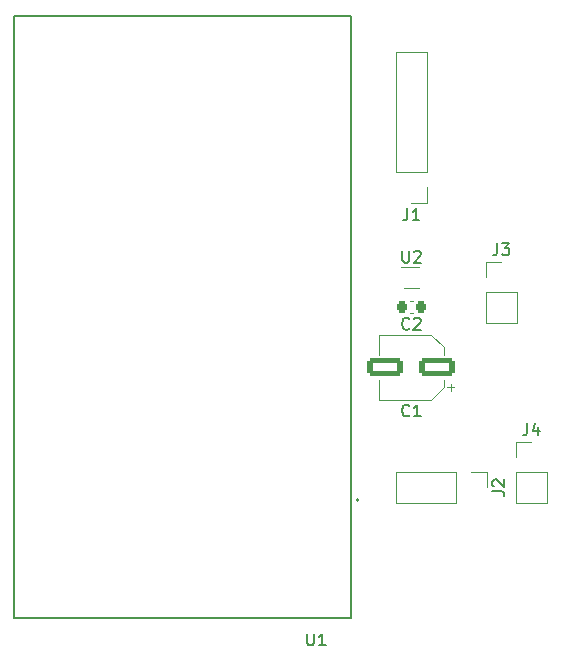
<source format=gto>
%TF.GenerationSoftware,KiCad,Pcbnew,(6.0.9)*%
%TF.CreationDate,2023-01-15T17:56:17-06:00*%
%TF.ProjectId,URVBuoyancyEngine,55525642-756f-4796-916e-6379456e6769,rev?*%
%TF.SameCoordinates,Original*%
%TF.FileFunction,Legend,Top*%
%TF.FilePolarity,Positive*%
%FSLAX46Y46*%
G04 Gerber Fmt 4.6, Leading zero omitted, Abs format (unit mm)*
G04 Created by KiCad (PCBNEW (6.0.9)) date 2023-01-15 17:56:17*
%MOMM*%
%LPD*%
G01*
G04 APERTURE LIST*
G04 Aperture macros list*
%AMRoundRect*
0 Rectangle with rounded corners*
0 $1 Rounding radius*
0 $2 $3 $4 $5 $6 $7 $8 $9 X,Y pos of 4 corners*
0 Add a 4 corners polygon primitive as box body*
4,1,4,$2,$3,$4,$5,$6,$7,$8,$9,$2,$3,0*
0 Add four circle primitives for the rounded corners*
1,1,$1+$1,$2,$3*
1,1,$1+$1,$4,$5*
1,1,$1+$1,$6,$7*
1,1,$1+$1,$8,$9*
0 Add four rect primitives between the rounded corners*
20,1,$1+$1,$2,$3,$4,$5,0*
20,1,$1+$1,$4,$5,$6,$7,0*
20,1,$1+$1,$6,$7,$8,$9,0*
20,1,$1+$1,$8,$9,$2,$3,0*%
G04 Aperture macros list end*
%ADD10C,0.150000*%
%ADD11C,0.120000*%
%ADD12C,0.127000*%
%ADD13C,0.200000*%
%ADD14R,1.700000X1.700000*%
%ADD15O,1.700000X1.700000*%
%ADD16R,0.700000X0.340000*%
%ADD17RoundRect,0.250000X1.250000X0.550000X-1.250000X0.550000X-1.250000X-0.550000X1.250000X-0.550000X0*%
%ADD18RoundRect,0.225000X0.225000X0.250000X-0.225000X0.250000X-0.225000X-0.250000X0.225000X-0.250000X0*%
%ADD19C,3.000000*%
%ADD20R,2.000000X2.000000*%
%ADD21C,2.000000*%
G04 APERTURE END LIST*
D10*
X106346666Y-86022380D02*
X106346666Y-86736666D01*
X106299047Y-86879523D01*
X106203809Y-86974761D01*
X106060952Y-87022380D01*
X105965714Y-87022380D01*
X106727619Y-86022380D02*
X107346666Y-86022380D01*
X107013333Y-86403333D01*
X107156190Y-86403333D01*
X107251428Y-86450952D01*
X107299047Y-86498571D01*
X107346666Y-86593809D01*
X107346666Y-86831904D01*
X107299047Y-86927142D01*
X107251428Y-86974761D01*
X107156190Y-87022380D01*
X106870476Y-87022380D01*
X106775238Y-86974761D01*
X106727619Y-86927142D01*
X98298095Y-86652380D02*
X98298095Y-87461904D01*
X98345714Y-87557142D01*
X98393333Y-87604761D01*
X98488571Y-87652380D01*
X98679047Y-87652380D01*
X98774285Y-87604761D01*
X98821904Y-87557142D01*
X98869523Y-87461904D01*
X98869523Y-86652380D01*
X99298095Y-86747619D02*
X99345714Y-86700000D01*
X99440952Y-86652380D01*
X99679047Y-86652380D01*
X99774285Y-86700000D01*
X99821904Y-86747619D01*
X99869523Y-86842857D01*
X99869523Y-86938095D01*
X99821904Y-87080952D01*
X99250476Y-87652380D01*
X99869523Y-87652380D01*
X98726666Y-83062380D02*
X98726666Y-83776666D01*
X98679047Y-83919523D01*
X98583809Y-84014761D01*
X98440952Y-84062380D01*
X98345714Y-84062380D01*
X99726666Y-84062380D02*
X99155238Y-84062380D01*
X99440952Y-84062380D02*
X99440952Y-83062380D01*
X99345714Y-83205238D01*
X99250476Y-83300476D01*
X99155238Y-83348095D01*
X108886666Y-101262380D02*
X108886666Y-101976666D01*
X108839047Y-102119523D01*
X108743809Y-102214761D01*
X108600952Y-102262380D01*
X108505714Y-102262380D01*
X109791428Y-101595714D02*
X109791428Y-102262380D01*
X109553333Y-101214761D02*
X109315238Y-101929047D01*
X109934285Y-101929047D01*
X98893333Y-100577142D02*
X98845714Y-100624761D01*
X98702857Y-100672380D01*
X98607619Y-100672380D01*
X98464761Y-100624761D01*
X98369523Y-100529523D01*
X98321904Y-100434285D01*
X98274285Y-100243809D01*
X98274285Y-100100952D01*
X98321904Y-99910476D01*
X98369523Y-99815238D01*
X98464761Y-99720000D01*
X98607619Y-99672380D01*
X98702857Y-99672380D01*
X98845714Y-99720000D01*
X98893333Y-99767619D01*
X99845714Y-100672380D02*
X99274285Y-100672380D01*
X99560000Y-100672380D02*
X99560000Y-99672380D01*
X99464761Y-99815238D01*
X99369523Y-99910476D01*
X99274285Y-99958095D01*
X98893333Y-93227142D02*
X98845714Y-93274761D01*
X98702857Y-93322380D01*
X98607619Y-93322380D01*
X98464761Y-93274761D01*
X98369523Y-93179523D01*
X98321904Y-93084285D01*
X98274285Y-92893809D01*
X98274285Y-92750952D01*
X98321904Y-92560476D01*
X98369523Y-92465238D01*
X98464761Y-92370000D01*
X98607619Y-92322380D01*
X98702857Y-92322380D01*
X98845714Y-92370000D01*
X98893333Y-92417619D01*
X99274285Y-92417619D02*
X99321904Y-92370000D01*
X99417142Y-92322380D01*
X99655238Y-92322380D01*
X99750476Y-92370000D01*
X99798095Y-92417619D01*
X99845714Y-92512857D01*
X99845714Y-92608095D01*
X99798095Y-92750952D01*
X99226666Y-93322380D01*
X99845714Y-93322380D01*
X90248095Y-119057380D02*
X90248095Y-119866904D01*
X90295714Y-119962142D01*
X90343333Y-120009761D01*
X90438571Y-120057380D01*
X90629047Y-120057380D01*
X90724285Y-120009761D01*
X90771904Y-119962142D01*
X90819523Y-119866904D01*
X90819523Y-119057380D01*
X91819523Y-120057380D02*
X91248095Y-120057380D01*
X91533809Y-120057380D02*
X91533809Y-119057380D01*
X91438571Y-119200238D01*
X91343333Y-119295476D01*
X91248095Y-119343095D01*
X105922380Y-107013333D02*
X106636666Y-107013333D01*
X106779523Y-107060952D01*
X106874761Y-107156190D01*
X106922380Y-107299047D01*
X106922380Y-107394285D01*
X106017619Y-106584761D02*
X105970000Y-106537142D01*
X105922380Y-106441904D01*
X105922380Y-106203809D01*
X105970000Y-106108571D01*
X106017619Y-106060952D01*
X106112857Y-106013333D01*
X106208095Y-106013333D01*
X106350952Y-106060952D01*
X106922380Y-106632380D01*
X106922380Y-106013333D01*
D11*
X105350000Y-92770000D02*
X108010000Y-92770000D01*
X105350000Y-90170000D02*
X108010000Y-90170000D01*
X105350000Y-90170000D02*
X105350000Y-92770000D01*
X108010000Y-90170000D02*
X108010000Y-92770000D01*
X105350000Y-87570000D02*
X106680000Y-87570000D01*
X105350000Y-88900000D02*
X105350000Y-87570000D01*
X98160000Y-88000000D02*
X99710000Y-88000000D01*
X99710000Y-89800000D02*
X98410000Y-89800000D01*
X97730000Y-80010000D02*
X97730000Y-69790000D01*
X100390000Y-82610000D02*
X99060000Y-82610000D01*
X100390000Y-81280000D02*
X100390000Y-82610000D01*
X100390000Y-80010000D02*
X100390000Y-69790000D01*
X100390000Y-69790000D02*
X97730000Y-69790000D01*
X100390000Y-80010000D02*
X97730000Y-80010000D01*
X110550000Y-105410000D02*
X110550000Y-108010000D01*
X107890000Y-105410000D02*
X110550000Y-105410000D01*
X107890000Y-104140000D02*
X107890000Y-102810000D01*
X107890000Y-105410000D02*
X107890000Y-108010000D01*
X107890000Y-108010000D02*
X110550000Y-108010000D01*
X107890000Y-102810000D02*
X109220000Y-102810000D01*
X101820000Y-94824437D02*
X100755563Y-93760000D01*
X102685000Y-98205000D02*
X102060000Y-98205000D01*
X100755563Y-93760000D02*
X96300000Y-93760000D01*
X101820000Y-98215563D02*
X100755563Y-99280000D01*
X101820000Y-94824437D02*
X101820000Y-95460000D01*
X96300000Y-93760000D02*
X96300000Y-95460000D01*
X102372500Y-98517500D02*
X102372500Y-97892500D01*
X96300000Y-99280000D02*
X96300000Y-97580000D01*
X101820000Y-98215563D02*
X101820000Y-97580000D01*
X100755563Y-99280000D02*
X96300000Y-99280000D01*
X99200580Y-91950000D02*
X98919420Y-91950000D01*
X99200580Y-90930000D02*
X98919420Y-90930000D01*
D12*
X76155000Y-117720000D02*
X65425000Y-117720000D01*
X88565000Y-66770000D02*
X70875000Y-66770000D01*
X65425000Y-117720000D02*
X65425000Y-66770000D01*
X93935000Y-117720000D02*
X82866000Y-117720000D01*
X65425000Y-66770000D02*
X93935000Y-66770000D01*
X93935000Y-66770000D02*
X93935000Y-117720000D01*
X82866000Y-117720000D02*
X76155000Y-117720000D01*
X93935000Y-66770000D02*
X88565000Y-66770000D01*
X70875000Y-66770000D02*
X65425000Y-66770000D01*
X65425000Y-117720000D02*
X65425000Y-66770000D01*
X93935000Y-66770000D02*
X93935000Y-117720000D01*
X93935000Y-117720000D02*
X65425000Y-117720000D01*
D13*
X94605000Y-107760000D02*
G75*
G03*
X94605000Y-107760000I-100000J0D01*
G01*
D11*
X102870000Y-105350000D02*
X102870000Y-108010000D01*
X105470000Y-105350000D02*
X105470000Y-106680000D01*
X104140000Y-105350000D02*
X105470000Y-105350000D01*
X97730000Y-105350000D02*
X97730000Y-108010000D01*
X102870000Y-108010000D02*
X97730000Y-108010000D01*
X102870000Y-105350000D02*
X97730000Y-105350000D01*
%LPC*%
D14*
X106680000Y-88900000D03*
D15*
X106680000Y-91440000D03*
D16*
X98310000Y-88400000D03*
X98310000Y-88900000D03*
X98310000Y-89400000D03*
X99810000Y-89400000D03*
X99810000Y-88900000D03*
X99810000Y-88400000D03*
D14*
X99060000Y-81280000D03*
D15*
X99060000Y-71120000D03*
X99060000Y-76200000D03*
X99060000Y-78740000D03*
X99060000Y-73660000D03*
D14*
X109220000Y-104140000D03*
D15*
X109220000Y-106680000D03*
D17*
X101260000Y-96520000D03*
X96860000Y-96520000D03*
D18*
X99835000Y-91440000D03*
X98285000Y-91440000D03*
D19*
X67425000Y-68770000D03*
X91935000Y-68770000D03*
X67425000Y-115720000D03*
X91935000Y-115720000D03*
D20*
X92355000Y-107760000D03*
D21*
X92355000Y-105220000D03*
X92355000Y-102680000D03*
X92355000Y-100140000D03*
X92355000Y-97600000D03*
X92355000Y-95060000D03*
X92355000Y-92520000D03*
X92355000Y-89980000D03*
X92355000Y-87440000D03*
X92355000Y-84900000D03*
X92355000Y-82360000D03*
X92355000Y-79820000D03*
X92355000Y-77280000D03*
X92355000Y-74740000D03*
X92355000Y-72200000D03*
X66955000Y-72200000D03*
X66955000Y-74740000D03*
X66955000Y-77280000D03*
X66955000Y-79820000D03*
X66955000Y-82360000D03*
X66955000Y-84900000D03*
X66955000Y-87440000D03*
X66955000Y-89980000D03*
X66955000Y-92520000D03*
X66955000Y-95060000D03*
X66955000Y-97600000D03*
X66955000Y-100140000D03*
X66955000Y-102680000D03*
X66955000Y-105220000D03*
X66955000Y-107760000D03*
D15*
X101600000Y-106680000D03*
D14*
X104140000Y-106680000D03*
D15*
X99060000Y-106680000D03*
M02*

</source>
